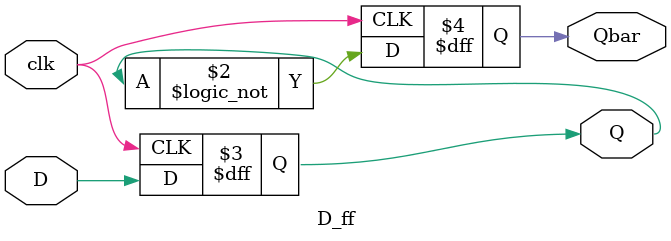
<source format=v>
`timescale 1ns / 1ps


module D_ff(
input clk,
input D,
output reg Q,
output reg Qbar
);

always@(posedge clk)
begin
Q <= D;
Qbar = !Q;
end

endmodule


</source>
